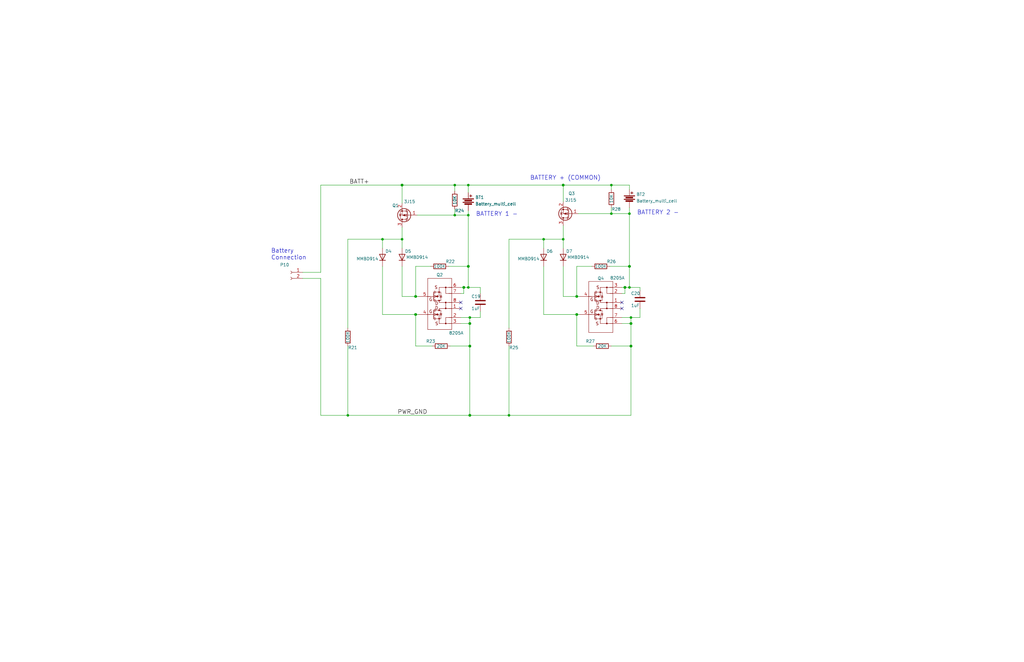
<source format=kicad_sch>
(kicad_sch (version 20211123) (generator eeschema)
  (paper "USLedger")
  (title_block (title "ConnectBox HAT 8 Battery Board") (date "2023-04-13") (rev "8.0.0") (company "ConnectBox") (comment 1 "JRA"))
  (lib_symbols
    (symbol "Connector:Conn_01x02_Female" (pin_names (offset 1.016) hide)
      (property "Reference" "J" (at 0 2.54 0))
      (property "Value" "Conn_01x02_Female" (at 0 -5.08 0))
      (symbol "Conn_01x02_Female_1_1"
        (arc (start 0 -2.032) (mid -0.508 -2.54) (end 0 -3.048) (stroke (width 0.1524)))
        (polyline (pts (xy -1.27 -2.54) (xy -0.508 -2.54)) (stroke (width 0.1524)))
        (polyline (pts (xy -1.27 0) (xy -0.508 0)) (stroke (width 0.1524)))
        (arc (start 0 0.508) (mid -0.508 0) (end 0 -0.508) (stroke (width 0.1524)))
        (pin passive line (at -5.08 0 0) (length 3.81) (name "Pin_1") (number "1"))
        (pin passive line (at -5.08 -2.54 0) (length 3.81) (name "Pin_2") (number "2"))
      )
    )
    (symbol "Custom_1:8205AV" (pin_names hide)
      (property "Reference" "Q" (at -2.54 13.97 0))
      (property "Value" "8205AV" (at 3.81 -10.16 0))
      (symbol "8205AV_0_0"
        (text "D" (at 3.828 2.1676 0) (effects (font (size 1.27 1.27))))
        (text "D" (at 3.8602 0.2352 0) (effects (font (size 1.27 1.27))))
        (text "G" (at 6.35 -1.27 0) (effects (font (size 1.27 1.27))))
        (text "G" (at 6.35 3.81 0) (effects (font (size 1.27 1.27))))
        (text "S" (at 3.81 -6.35 0) (effects (font (size 1.27 1.27))))
        (text "S" (at 4.0694 8.9173 0) (effects (font (size 1.27 1.27))))
      )
      (symbol "8205AV_0_1"
        (rectangle (start -2.54 12.7) (end 7.62 -8.89) (stroke (width 0.1524)))
        (circle (center -0.0075 -6.3497) (radius 0.254) (fill (type outline)))
        (polyline (pts (xy -2.5753 0.0007) (xy 2.776 0.0007)) (stroke (width 0.1524)))
        (polyline (pts (xy -2.5549 2.5486) (xy 2.7917 2.5486)) (stroke (width 0.1524)))
        (polyline (pts (xy -2.2237 8.8887) (xy -2.5322 8.8887)) (stroke (width 0.1524)))
        (polyline (pts (xy -1.27 -6.35) (xy -2.54 -6.35)) (stroke (width 0.1524)))
        (polyline (pts (xy -1.27 -6.35) (xy 2.54 -6.35)) (stroke (width 0.1524)))
        (polyline (pts (xy -0.0099 2.5374) (xy -0.0099 0.024)) (stroke (width 0.1524)))
        (polyline (pts (xy 2.5169 -6.3509) (xy 2.7644 -6.3509)) (stroke (width 0.1524)))
        (polyline (pts (xy 2.7938 -4.9625) (xy 2.7938 -6.3509)) (stroke (width 0.1524)))
        (polyline (pts (xy 2.794 0) (xy 2.794 -0.762)))
        (polyline (pts (xy 2.8045 2.5677) (xy 2.8045 3.3297)))
        (polyline (pts (xy 4.572 -3.81) (xy 4.572 -4.826)) (stroke (width 0.254)))
        (polyline (pts (xy 4.572 -2.032) (xy 4.572 -3.048)) (stroke (width 0.254)))
        (polyline (pts (xy 4.572 -0.254) (xy 4.572 -1.27)) (stroke (width 0.254)))
        (polyline (pts (xy 4.5825 2.8217) (xy 4.5825 3.8377)) (stroke (width 0.254)))
        (polyline (pts (xy 4.5825 4.5997) (xy 4.5825 5.6157)) (stroke (width 0.254)))
        (polyline (pts (xy 4.5825 6.3777) (xy 4.5825 7.3937)) (stroke (width 0.254)))
        (polyline (pts (xy 5.08 -2.54) (xy 7.874 -2.54)))
        (polyline (pts (xy 5.08 -0.635) (xy 5.08 -4.445)) (stroke (width 0.254)))
        (polyline (pts (xy 5.0844 5.0746) (xy 7.8784 5.0746)))
        (polyline (pts (xy 5.0905 3.2027) (xy 5.0905 7.0127)) (stroke (width 0.254)))
        (polyline (pts (xy -2.54 -3.81) (xy 0 -3.81) (xy 0 -6.35)) (stroke (width 0.1524)))
        (polyline (pts (xy 0.0073 8.892) (xy 0.0073 6.352) (xy -2.5327 6.352)) (stroke (width 0.1524)))
        (polyline (pts (xy 2.7937 7.6202) (xy 2.7937 8.8902) (xy -2.2863 8.8902)) (stroke (width 0.1524)))
        (polyline (pts (xy 2.794 -5.08) (xy 2.794 -2.54) (xy 4.572 -2.54)))
        (polyline (pts (xy 2.8045 7.6477) (xy 2.8045 5.1077) (xy 4.5825 5.1077)))
        (polyline (pts (xy 2.032 -2.159) (xy 2.413 -2.794) (xy 1.651 -2.794) (xy 2.032 -2.159)))
        (polyline (pts (xy 2.0425 4.7267) (xy 2.4235 5.3617) (xy 1.6615 5.3617) (xy 2.0425 4.7267)))
        (polyline (pts (xy 2.54 -2.032) (xy 2.413 -2.159) (xy 1.651 -2.159) (xy 1.524 -2.286)))
        (polyline (pts (xy 2.5505 4.5997) (xy 2.4235 4.7267) (xy 1.6615 4.7267) (xy 1.5345 4.8537)))
        (polyline (pts (xy 4.318 -2.54) (xy 3.302 -2.159) (xy 3.302 -2.921) (xy 4.318 -2.54)) (fill (type outline)))
        (polyline (pts (xy 4.3285 5.1077) (xy 3.3125 4.7267) (xy 3.3125 5.4887) (xy 4.3285 5.1077)) (fill (type outline)))
        (polyline (pts (xy 4.572 -4.318) (xy 2.032 -4.318) (xy 2.032 -0.762) (xy 4.572 -0.762)))
        (polyline (pts (xy 4.5825 6.8857) (xy 2.0425 6.8857) (xy 2.0425 3.3297) (xy 4.5825 3.3297)))
        (circle (center 0.0029 8.8872) (radius 0.254) (fill (type outline)))
        (circle (center 0.0085 0.0509) (radius 0.254) (fill (type outline)))
        (circle (center 0.0085 2.5208) (radius 0.254) (fill (type outline)))
        (circle (center 2.794 -4.318) (radius 0.254) (fill (type outline)))
        (circle (center 2.794 -0.762) (radius 0.254) (fill (type outline)))
        (circle (center 2.8045 3.3297) (radius 0.254) (fill (type outline)))
        (circle (center 2.8045 6.8857) (radius 0.254) (fill (type outline)))
      )
      (symbol "8205AV_1_1"
        (pin input line (at -6.35 0 0) (length 5.08) (name "D") (number "1"))
        (pin input line (at -6.35 -3.81 0) (length 5.08) (name "S1") (number "2"))
        (pin input line (at -6.35 -6.35 0) (length 5.08) (name "S1") (number "3"))
        (pin input line (at 11.43 -2.54 180) (length 5.08) (name "G1") (number "4"))
        (pin input line (at 11.43 5.08 180) (length 5.08) (name "G2") (number "5"))
        (pin input line (at -6.35 8.89 0) (length 5.08) (name "S2") (number "6"))
        (pin input line (at -6.35 6.35 0) (length 5.08) (name "S2") (number "7"))
        (pin input line (at -6.35 2.54 0) (length 5.08) (name "D") (number "8"))
      )
    )
    (symbol "Custom_1:Battery_multi_cell" (pin_numbers hide) (pin_names (offset 0))
      (property "Reference" "BT" (at 2.54 1.27 0))
      (property "Value" "Battery_multi_cell" (at 2.54 -1.27 0))
      (symbol "Battery_multi_cell_0_1"
        (rectangle (start -2.286 -0.1778) (end 2.286 -0.4318) (fill (type outline)))
        (rectangle (start -2.286 1.27) (end 2.286 1.016) (fill (type outline)))
        (rectangle (start -1.5748 -0.762) (end 1.4732 -1.27) (fill (type outline)))
        (rectangle (start -1.5748 0.6858) (end 1.4732 0.1778) (fill (type outline)))
        (polyline (pts (xy 0.508 2.413) (xy 1.524 2.413)) (stroke (width 0.254)))
        (polyline (pts (xy 1.016 2.921) (xy 1.016 1.905)) (stroke (width 0.254)))
      )
      (symbol "Battery_multi_cell_1_1"
        (pin passive line (at 0 3.81 270) (length 2.54) (name "~") (number "1"))
        (pin passive line (at 0 -3.81 90) (length 2.54) (name "~") (number "2"))
      )
    )
    (symbol "Custom_1:Q_PMOS_GSD" (pin_names (offset 0) hide)
      (property "Reference" "Q12" (at 2.413 8.5285 0))
      (property "Value" "Q_PMOS_GSD" (at 3.048 5.7534 0))
      (symbol "Q_PMOS_GSD_0_1"
        (polyline (pts (xy 0.254 0) (xy -1.1463 -0.0013)))
        (polyline (pts (xy 0.254 1.905) (xy 0.254 -1.905)) (stroke (width 0.254)))
        (polyline (pts (xy 0.762 -1.27) (xy 0.762 -2.286)) (stroke (width 0.254)))
        (polyline (pts (xy 0.762 0.508) (xy 0.762 -0.508)) (stroke (width 0.254)))
        (polyline (pts (xy 0.762 2.286) (xy 0.762 1.27)) (stroke (width 0.254)))
        (polyline (pts (xy 2.54 2.54) (xy 2.54 1.778)))
        (polyline (pts (xy 2.54 -2.54) (xy 2.54 0) (xy 0.762 0)))
        (polyline (pts (xy 0.762 1.778) (xy 3.302 1.778) (xy 3.302 -1.778) (xy 0.762 -1.778)))
        (polyline (pts (xy 2.286 0) (xy 1.27 0.381) (xy 1.27 -0.381) (xy 2.286 0)) (fill (type outline)))
        (polyline (pts (xy 2.794 -0.508) (xy 2.921 -0.381) (xy 3.683 -0.381) (xy 3.81 -0.254)))
        (polyline (pts (xy 3.302 -0.381) (xy 2.921 0.254) (xy 3.683 0.254) (xy 3.302 -0.381)))
        (circle (center 1.651 0) (radius 2.794) (stroke (width 0.254)))
        (circle (center 2.54 -1.778) (radius 0.254) (fill (type outline)))
        (circle (center 2.54 1.778) (radius 0.254) (fill (type outline)))
      )
      (symbol "Q_PMOS_GSD_1_1"
        (pin input line (at -3.81 0 0) (length 2.54) (name "G") (number "1"))
        (pin passive line (at 2.54 -5.08 90) (length 2.54) (name "S") (number "2"))
        (pin passive line (at 2.54 5.08 270) (length 2.54) (name "D") (number "3"))
      )
    )
    (symbol "Device:C" (pin_numbers hide) (pin_names (offset 0.254))
      (property "Reference" "C" (at 0.635 2.54 0))
      (property "Value" "C" (at 0.635 -2.54 0))
      (symbol "C_0_1"
        (polyline (pts (xy -2.032 -0.762) (xy 2.032 -0.762)) (stroke (width 0.508)))
        (polyline (pts (xy -2.032 0.762) (xy 2.032 0.762)) (stroke (width 0.508)))
      )
      (symbol "C_1_1"
        (pin passive line (at 0 3.81 270) (length 2.794) (name "~") (number "1"))
        (pin passive line (at 0 -3.81 90) (length 2.794) (name "~") (number "2"))
      )
    )
    (symbol "Device:R" (pin_numbers hide) (pin_names (offset 0))
      (property "Reference" "R" (at 2.032 0 90))
      (property "Value" "R" (at 0 0 90))
      (symbol "R_0_1"
        (rectangle (start -1.016 -2.54) (end 1.016 2.54) (stroke (width 0.254)))
      )
      (symbol "R_1_1"
        (pin passive line (at 0 3.81 270) (length 1.27) (name "~") (number "1"))
        (pin passive line (at 0 -3.81 90) (length 1.27) (name "~") (number "2"))
      )
    )
    (symbol "Diode:1N914" (pin_numbers hide) (pin_names (offset 1.016) hide)
      (property "Reference" "D" (at 0 2.54 0))
      (property "Value" "1N914" (at 0 -2.54 0))
      (symbol "1N914_0_1"
        (polyline (pts (xy -1.27 1.27) (xy -1.27 -1.27)) (stroke (width 0.254)))
        (polyline (pts (xy 1.27 0) (xy -1.27 0)))
        (polyline (pts (xy 1.27 1.27) (xy 1.27 -1.27) (xy -1.27 0) (xy 1.27 1.27)) (stroke (width 0.254)))
      )
      (symbol "1N914_1_1"
        (pin passive line (at -3.81 0 0) (length 2.54) (name "K") (number "1"))
        (pin passive line (at 3.81 0 180) (length 2.54) (name "A") (number "2"))
      )
    )
  )
  (junction (at 265.43 112.395) (diameter 1.016))
  (junction (at 266.065 136.525) (diameter 1.016))
  (junction (at 198.12 133.985))
  (junction (at 257.81 90.17))
  (junction (at 169.545 100.965))
  (junction (at 191.77 90.805))
  (junction (at 198.12 146.05) (diameter 1.016))
  (junction (at 266.065 146.05) (diameter 1.016))
  (junction (at 265.43 90.17))
  (junction (at 175.26 125.095) (diameter 1.016))
  (junction (at 243.205 132.715) (diameter 1.016))
  (junction (at 191.77 78.105))
  (junction (at 263.525 121.285) (diameter 1.016))
  (junction (at 146.685 175.26))
  (junction (at 229.235 100.965))
  (junction (at 265.43 121.285))
  (junction (at 214.63 175.26))
  (junction (at 161.29 100.965))
  (junction (at 197.485 121.285))
  (junction (at 257.81 78.105))
  (junction (at 266.065 133.985))
  (junction (at 169.545 78.105) (diameter 1.016))
  (junction (at 198.12 136.525) (diameter 1.016))
  (junction (at 237.49 78.105) (diameter 1.016))
  (junction (at 197.485 78.105))
  (junction (at 195.58 121.285) (diameter 1.016))
  (junction (at 197.485 90.805))
  (junction (at 197.485 112.395) (diameter 1.016))
  (junction (at 175.26 132.715) (diameter 1.016))
  (junction (at 243.205 125.095) (diameter 1.016))
  (junction (at 198.12 175.26) (diameter 1.016))
  (junction (at 237.49 100.965))
  (no_connect (at 262.255 130.175))
  (no_connect (at 262.255 127.635))
  (no_connect (at 194.31 127.635))
  (no_connect (at 194.31 130.175))
  (wire (pts (xy 229.235 112.395) (xy 229.235 132.715)))
  (wire (pts (xy 191.77 88.265) (xy 191.77 90.805)))
  (wire (pts (xy 265.43 121.285) (xy 263.525 121.285)))
  (wire (pts (xy 169.545 78.105) (xy 191.77 78.105)))
  (wire (pts (xy 266.065 146.05) (xy 266.065 175.26)))
  (wire (pts (xy 243.205 146.05) (xy 243.205 132.715)))
  (wire (pts (xy 146.685 100.965) (xy 146.685 138.43)))
  (wire (pts (xy 135.255 117.475) (xy 135.255 175.26)))
  (wire (pts (xy 237.49 100.965) (xy 237.49 104.775)))
  (wire (pts (xy 262.255 123.825) (xy 263.525 123.825)))
  (wire (pts (xy 182.245 146.05) (xy 175.26 146.05)))
  (wire (pts (xy 214.63 175.26) (xy 266.065 175.26)))
  (wire (pts (xy 169.545 95.885) (xy 169.545 100.965)))
  (wire (pts (xy 197.485 90.805) (xy 197.485 112.395)))
  (wire (pts (xy 262.255 136.525) (xy 266.065 136.525)))
  (wire (pts (xy 229.235 104.775) (xy 229.235 100.965)))
  (wire (pts (xy 237.49 112.395) (xy 237.49 125.095)))
  (wire (pts (xy 197.485 78.105) (xy 197.485 81.28)))
  (wire (pts (xy 265.43 90.17) (xy 265.43 112.395)))
  (wire (pts (xy 194.31 121.285) (xy 195.58 121.285)))
  (wire (pts (xy 197.485 112.395) (xy 197.485 121.285)))
  (wire (pts (xy 243.205 125.095) (xy 244.475 125.095)))
  (wire (pts (xy 262.255 121.285) (xy 263.525 121.285)))
  (wire (pts (xy 269.875 130.175) (xy 269.875 133.985)))
  (wire (pts (xy 237.49 78.105) (xy 257.81 78.105)))
  (wire (pts (xy 127.635 117.475) (xy 135.255 117.475)))
  (wire (pts (xy 195.58 121.285) (xy 195.58 123.825)))
  (wire (pts (xy 194.31 123.825) (xy 195.58 123.825)))
  (wire (pts (xy 161.29 100.965) (xy 169.545 100.965)))
  (wire (pts (xy 189.865 146.05) (xy 198.12 146.05)))
  (wire (pts (xy 257.81 78.105) (xy 265.43 78.105)))
  (wire (pts (xy 265.43 78.105) (xy 265.43 80.01)))
  (wire (pts (xy 198.12 146.05) (xy 198.12 175.26)))
  (wire (pts (xy 214.63 146.05) (xy 214.63 175.26)))
  (wire (pts (xy 229.235 100.965) (xy 237.49 100.965)))
  (wire (pts (xy 243.205 132.715) (xy 244.475 132.715)))
  (wire (pts (xy 198.12 133.985) (xy 202.565 133.985)))
  (wire (pts (xy 175.26 125.095) (xy 176.53 125.095)))
  (wire (pts (xy 265.43 121.285) (xy 269.875 121.285)))
  (wire (pts (xy 175.26 132.715) (xy 176.53 132.715)))
  (wire (pts (xy 202.565 121.285) (xy 202.565 123.825)))
  (wire (pts (xy 161.29 132.715) (xy 175.26 132.715)))
  (wire (pts (xy 265.43 87.63) (xy 265.43 90.17)))
  (wire (pts (xy 243.84 90.17) (xy 257.81 90.17)))
  (wire (pts (xy 214.63 100.965) (xy 214.63 138.43)))
  (wire (pts (xy 266.065 136.525) (xy 266.065 146.05)))
  (wire (pts (xy 263.525 121.285) (xy 263.525 123.825)))
  (wire (pts (xy 197.485 88.9) (xy 197.485 90.805)))
  (wire (pts (xy 237.49 125.095) (xy 243.205 125.095)))
  (wire (pts (xy 250.19 146.05) (xy 243.205 146.05)))
  (wire (pts (xy 135.255 175.26) (xy 146.685 175.26)))
  (wire (pts (xy 189.23 112.395) (xy 197.485 112.395)))
  (wire (pts (xy 202.565 131.445) (xy 202.565 133.985)))
  (wire (pts (xy 175.895 90.805) (xy 191.77 90.805)))
  (wire (pts (xy 229.235 132.715) (xy 243.205 132.715)))
  (wire (pts (xy 237.49 95.25) (xy 237.49 100.965)))
  (wire (pts (xy 191.77 78.105) (xy 191.77 80.645)))
  (wire (pts (xy 169.545 78.105) (xy 169.545 85.725)))
  (wire (pts (xy 265.43 112.395) (xy 265.43 121.285)))
  (wire (pts (xy 146.685 175.26) (xy 198.12 175.26)))
  (wire (pts (xy 146.685 146.05) (xy 146.685 175.26)))
  (wire (pts (xy 161.29 104.775) (xy 161.29 100.965)))
  (wire (pts (xy 194.31 133.985) (xy 198.12 133.985)))
  (wire (pts (xy 269.875 133.985) (xy 266.065 133.985)))
  (wire (pts (xy 175.26 112.395) (xy 175.26 125.095)))
  (wire (pts (xy 229.235 100.965) (xy 214.63 100.965)))
  (wire (pts (xy 198.12 136.525) (xy 198.12 146.05)))
  (wire (pts (xy 127.635 114.935) (xy 135.255 114.935)))
  (wire (pts (xy 257.175 112.395) (xy 265.43 112.395)))
  (wire (pts (xy 237.49 78.105) (xy 237.49 85.09)))
  (wire (pts (xy 249.555 112.395) (xy 243.205 112.395)))
  (wire (pts (xy 266.065 133.985) (xy 266.065 136.525)))
  (wire (pts (xy 191.77 78.105) (xy 197.485 78.105)))
  (wire (pts (xy 169.545 100.965) (xy 169.545 104.775)))
  (wire (pts (xy 262.255 133.985) (xy 266.065 133.985)))
  (wire (pts (xy 194.31 136.525) (xy 198.12 136.525)))
  (wire (pts (xy 197.485 78.105) (xy 237.49 78.105)))
  (wire (pts (xy 161.29 100.965) (xy 146.685 100.965)))
  (wire (pts (xy 198.12 133.985) (xy 198.12 136.525)))
  (wire (pts (xy 257.81 87.63) (xy 257.81 90.17)))
  (wire (pts (xy 169.545 112.395) (xy 169.545 125.095)))
  (wire (pts (xy 135.255 78.105) (xy 169.545 78.105)))
  (wire (pts (xy 175.26 146.05) (xy 175.26 132.715)))
  (wire (pts (xy 269.875 121.285) (xy 269.875 122.555)))
  (wire (pts (xy 169.545 125.095) (xy 175.26 125.095)))
  (wire (pts (xy 191.77 90.805) (xy 197.485 90.805)))
  (wire (pts (xy 257.81 78.105) (xy 257.81 80.01)))
  (wire (pts (xy 135.255 78.105) (xy 135.255 114.935)))
  (wire (pts (xy 202.565 121.285) (xy 197.485 121.285)))
  (wire (pts (xy 243.205 112.395) (xy 243.205 125.095)))
  (wire (pts (xy 197.485 121.285) (xy 195.58 121.285)))
  (wire (pts (xy 181.61 112.395) (xy 175.26 112.395)))
  (wire (pts (xy 198.12 175.26) (xy 214.63 175.26)))
  (wire (pts (xy 161.29 112.395) (xy 161.29 132.715)))
  (wire (pts (xy 257.81 90.17) (xy 265.43 90.17)))
  (wire (pts (xy 257.81 146.05) (xy 266.065 146.05)))
  (text "BATTERY + (COMMON)" (at 223.52 76.2 0) (effects (font (size 1.778 1.778)) (justify left bottom)))
  (text "BATTERY 1 -" (at 200.66 91.44 0) (effects (font (size 1.778 1.778)) (justify left bottom)))
  (text "Battery\nConnection" (at 114.3 109.855 0) (effects (font (size 1.778 1.778)) (justify left bottom)))
  (text "BATTERY 2 -" (at 268.605 90.805 0) (effects (font (size 1.778 1.778)) (justify left bottom)))
  (label "BATT+" (at 147.32 78.105 0) (effects (font (size 1.778 1.778))))
  (label "PWR_GND" (at 167.64 175.26 0) (effects (font (size 1.778 1.778))))
  (symbol (lib_id "Custom_1:Battery_multi_cell") (at 197.485 85.09 0) (unit 1)
    (property "Reference" "BT1" (at 200.406 83.2925 0) (effects (justify left)))
    (property "Value" "Battery_multi_cell" (at 200.406 86.0676 0) (effects (justify left)))
    (property "Footprint" "CustomComponents:Battery 21700" (effects hide))
  )
  (symbol (lib_id "Diode:1N914") (at 229.235 108.585 90) (unit 1)
    (property "Reference" "D6" (at 231.775 106.045 90))
    (property "Value" "MMBD914" (at 222.885 109.22 90))
    (property "Footprint" "Diode_SMD:D_SOT-23_ANK" (effects hide))
    (property "Datasheet" "http://www.vishay.com/docs/85622/1n914.pdf" (effects hide))
    (property "Manufacturer" "ON Semiconductor" (effects hide))
    (property "Manufacturer P/N" "MMBD914LT1G" (effects hide))
    (property "Description" "DIODE GEN PURP 100V 200MA SOT23" (effects hide))
    (property "DigiKey P/N" "MMBD914LT1GOSCT-ND" (effects hide))
    (property "Type" "SMD" (effects hide))
  )
  (symbol (lib_id "Custom_1:8205AV") (at 255.905 127.635 180) (unit 1)
    (property "Reference" "Q4" (at 253.365 117.475 0))
    (property "Value" "8205A" (at 260.35 117.2887 0))
    (property "Footprint" "Package_SO:TSSOP-8_4.4x3mm_P0.65mm" (effects hide))
    (property "Datasheet" "https://html.alldatasheet.com/html-pdf/1152898/KIA/8205A/60/1/8205A.html" (effects hide))
    (property "DigiKey P/N" "[none - from AliExpress|" (effects hide))
  )
  (symbol (lib_id "Device:R") (at 185.42 112.395 90) (unit 1)
    (property "Reference" "R22" (at 189.865 110.363 90))
    (property "Value" "100K" (at 185.42 112.395 90))
    (property "Footprint" "Resistor_SMD:R_0603_1608Metric" (effects hide))
    (property "Manufacturer" "Yageo" (effects hide))
    (property "Manufacturer P/N" "RC0603FR-07100KL" (effects hide))
    (property "Description" "RES SMD 100K OHM 1% 1/8W 0603" (effects hide))
    (property "DigiKey P/N" "311-100KHRCT-ND" (effects hide))
    (property "Type" "SMD" (effects hide))
  )
  (symbol (lib_id "Device:R") (at 257.81 83.82 0) (unit 1)
    (property "Reference" "R28" (at 259.842 88.265 0))
    (property "Value" "10K" (at 257.81 83.82 90))
    (property "Footprint" "Resistor_SMD:R_0603_1608Metric" (effects hide))
    (property "Manufacturer" "Yageo" (effects hide))
    (property "Manufacturer P/N" "RC0603FR-0710KL" (effects hide))
    (property "Description" "RES SMD 10K OHM 1% 1/8W 0603" (effects hide))
    (property "DigiKey P/N" "311-10KHRCT-ND" (effects hide))
    (property "Type" "SMD" (effects hide))
  )
  (symbol (lib_id "Device:C") (at 202.565 127.635 0) (unit 1)
    (property "Reference" "C19" (at 198.755 125.095 0) (effects (justify left)))
    (property "Value" "1uF" (at 198.755 130.175 0) (effects (justify left)))
    (property "Footprint" "Capacitor_SMD:C_0805_2012Metric" (effects hide))
    (property "Manufacturer" "KEMET" (effects hide))
    (property "Manufacturer P/N" "C0805C105K8PACTU" (effects hide))
    (property "Description" "CAP CER 1UF 10V X5R 0805" (effects hide))
    (property "DigiKey P/N" "399-8006-1-ND" (effects hide))
    (property "Type" "SMD" (effects hide))
  )
  (symbol (lib_id "Custom_1:8205AV") (at 187.96 130.175 0) (mirror y) (unit 1)
    (property "Reference" "Q2" (at 185.42 115.9976 0))
    (property "Value" "8205A" (at 192.405 140.5213 0))
    (property "Footprint" "Package_SO:TSSOP-8_4.4x3mm_P0.65mm" (effects hide))
    (property "Datasheet" "https://html.alldatasheet.com/html-pdf/1152898/KIA/8205A/60/1/8205A.html" (effects hide))
    (property "DigiKey P/N" "[none - from AliExpress|" (effects hide))
  )
  (symbol (lib_id "Device:R") (at 214.63 142.24 0) (unit 1)
    (property "Reference" "R25" (at 216.662 146.685 0))
    (property "Value" "100K" (at 214.63 142.24 90))
    (property "Footprint" "Resistor_SMD:R_0603_1608Metric" (effects hide))
    (property "Manufacturer" "Yageo" (effects hide))
    (property "Manufacturer P/N" "RC0603FR-07100KL" (effects hide))
    (property "Description" "RES SMD 100K OHM 1% 1/8W 0603" (effects hide))
    (property "DigiKey P/N" "311-100KHRCT-ND" (effects hide))
    (property "Type" "SMD" (effects hide))
  )
  (symbol (lib_id "Diode:1N914") (at 169.545 108.585 90) (unit 1)
    (property "Reference" "D5" (at 172.085 106.045 90))
    (property "Value" "MMBD914" (at 175.895 108.585 90))
    (property "Footprint" "Diode_SMD:D_SOT-23_ANK" (effects hide))
    (property "Datasheet" "http://www.vishay.com/docs/85622/1n914.pdf" (effects hide))
    (property "Manufacturer" "ON Semiconductor" (effects hide))
    (property "Manufacturer P/N" "MMBD914LT1G" (effects hide))
    (property "Description" "DIODE GEN PURP 100V 200MA SOT23" (effects hide))
    (property "DigiKey P/N" "MMBD914LT1GOSCT-ND" (effects hide))
    (property "Type" "SMD" (effects hide))
  )
  (symbol (lib_id "Connector:Conn_01x02_Female") (at 122.555 114.935 0) (mirror y) (unit 1)
    (property "Reference" "P10" (at 120.015 111.76 0))
    (property "Value" "Conn_01x02_Female" (effects hide))
    (property "Footprint" "Connector_PinSocket_2.54mm:PinSocket_1x02_P2.54mm_Vertical" (effects hide))
  )
  (symbol (lib_id "Diode:1N914") (at 161.29 108.585 90) (unit 1)
    (property "Reference" "D4" (at 163.83 106.045 90))
    (property "Value" "MMBD914" (at 154.94 109.22 90))
    (property "Footprint" "Diode_SMD:D_SOT-23_ANK" (effects hide))
    (property "Datasheet" "http://www.vishay.com/docs/85622/1n914.pdf" (effects hide))
    (property "Manufacturer" "ON Semiconductor" (effects hide))
    (property "Manufacturer P/N" "MMBD914LT1G" (effects hide))
    (property "Description" "DIODE GEN PURP 100V 200MA SOT23" (effects hide))
    (property "DigiKey P/N" "MMBD914LT1GOSCT-ND" (effects hide))
    (property "Type" "SMD" (effects hide))
  )
  (symbol (lib_id "Custom_1:Battery_multi_cell") (at 265.43 83.82 0) (unit 1)
    (property "Reference" "BT2" (at 268.351 82.0225 0) (effects (justify left)))
    (property "Value" "Battery_multi_cell" (at 268.351 84.7976 0) (effects (justify left)))
    (property "Footprint" "CustomComponents:Battery 21700" (effects hide))
  )
  (symbol (lib_id "Device:C") (at 269.875 126.365 0) (unit 1)
    (property "Reference" "C20" (at 266.065 123.825 0) (effects (justify left)))
    (property "Value" "1uF" (at 266.065 128.905 0) (effects (justify left)))
    (property "Footprint" "Capacitor_SMD:C_0805_2012Metric" (effects hide))
    (property "Manufacturer" "KEMET" (effects hide))
    (property "Manufacturer P/N" "C0805C105K8PACTU" (effects hide))
    (property "Description" "CAP CER 1UF 10V X5R 0805" (effects hide))
    (property "DigiKey P/N" "399-8006-1-ND" (effects hide))
    (property "Type" "SMD" (effects hide))
  )
  (symbol (lib_id "Custom_1:Q_PMOS_GSD") (at 240.03 90.17 180) (unit 1)
    (property "Reference" "Q3" (at 242.443 81.6415 0) (effects (justify left)))
    (property "Value" "3J15" (at 243.078 84.4166 0) (effects (justify left)))
    (property "Footprint" "Package_TO_SOT_SMD:SOT-323_SC-70" (effects hide))
    (property "Manufacturer P/N" "SSM3J15FU,LF" (effects hide))
    (property "DigiKey P/N" "SSM3J15FULFCT-ND" (effects hide))
    (property "Manufacturer" "Toshiba" (effects hide))
    (property "Description" "P-Channel 30 V 100mA (Ta) 150mW (Ta) Surface Mount USM" (effects hide))
  )
  (symbol (lib_id "Diode:1N914") (at 237.49 108.585 90) (unit 1)
    (property "Reference" "D7" (at 240.03 106.045 90))
    (property "Value" "MMBD914" (at 243.84 108.585 90))
    (property "Footprint" "Diode_SMD:D_SOT-23_ANK" (effects hide))
    (property "Datasheet" "http://www.vishay.com/docs/85622/1n914.pdf" (effects hide))
    (property "Manufacturer" "ON Semiconductor" (effects hide))
    (property "Manufacturer P/N" "MMBD914LT1G" (effects hide))
    (property "Description" "DIODE GEN PURP 100V 200MA SOT23" (effects hide))
    (property "DigiKey P/N" "MMBD914LT1GOSCT-ND" (effects hide))
    (property "Type" "SMD" (effects hide))
  )
  (symbol (lib_id "Custom_1:Q_PMOS_GSD") (at 172.085 90.805 180) (unit 1)
    (property "Reference" "Q1" (at 168.148 86.7215 0) (effects (justify left)))
    (property "Value" "3J15" (at 175.133 85.0516 0) (effects (justify left)))
    (property "Footprint" "Package_TO_SOT_SMD:SOT-323_SC-70" (effects hide))
    (property "Manufacturer P/N" "SSM3J15FU,LF" (effects hide))
    (property "DigiKey P/N" "SSM3J15FULFCT-ND" (effects hide))
    (property "Manufacturer" "Toshiba" (effects hide))
    (property "Description" "P-Channel 30 V 100mA (Ta) 150mW (Ta) Surface Mount USM" (effects hide))
  )
  (symbol (lib_id "Device:R") (at 146.685 142.24 0) (unit 1)
    (property "Reference" "R21" (at 148.717 146.685 0))
    (property "Value" "100K" (at 146.685 142.24 90))
    (property "Footprint" "Resistor_SMD:R_0603_1608Metric" (effects hide))
    (property "Manufacturer" "Yageo" (effects hide))
    (property "Manufacturer P/N" "RC0603FR-07100KL" (effects hide))
    (property "Description" "RES SMD 100K OHM 1% 1/8W 0603" (effects hide))
    (property "DigiKey P/N" "311-100KHRCT-ND" (effects hide))
    (property "Type" "SMD" (effects hide))
  )
  (symbol (lib_id "Device:R") (at 254 146.05 90) (unit 1)
    (property "Reference" "R27" (at 248.92 144.018 90))
    (property "Value" "20K" (at 254 146.05 90))
    (property "Footprint" "Resistor_SMD:R_0603_1608Metric" (effects hide))
    (property "Manufacturer" "Yageo" (effects hide))
    (property "Manufacturer P/N" "RC0603FR-0720KL" (effects hide))
    (property "Description" "RES SMD 20K OHM 1% 1/8W 0603" (effects hide))
    (property "DigiKey P/N" "311-20.0KHRCT-ND" (effects hide))
    (property "Type" "SMD" (effects hide))
  )
  (symbol (lib_id "Device:R") (at 253.365 112.395 90) (unit 1)
    (property "Reference" "R26" (at 257.81 110.363 90))
    (property "Value" "100K" (at 253.365 112.395 90))
    (property "Footprint" "Resistor_SMD:R_0603_1608Metric" (effects hide))
    (property "Manufacturer" "Yageo" (effects hide))
    (property "Manufacturer P/N" "RC0603FR-07100KL" (effects hide))
    (property "Description" "RES SMD 100K OHM 1% 1/8W 0603" (effects hide))
    (property "DigiKey P/N" "311-100KHRCT-ND" (effects hide))
    (property "Type" "SMD" (effects hide))
  )
  (symbol (lib_id "Device:R") (at 191.77 84.455 0) (unit 1)
    (property "Reference" "R24" (at 193.802 88.9 0))
    (property "Value" "10K" (at 191.77 84.455 90))
    (property "Footprint" "Resistor_SMD:R_0603_1608Metric" (effects hide))
    (property "Manufacturer" "Yageo" (effects hide))
    (property "Manufacturer P/N" "RC0603FR-0710KL" (effects hide))
    (property "Description" "RES SMD 10K OHM 1% 1/8W 0603" (effects hide))
    (property "DigiKey P/N" "311-10KHRCT-ND" (effects hide))
    (property "Type" "SMD" (effects hide))
  )
  (symbol (lib_id "Device:R") (at 186.055 146.05 90) (unit 1)
    (property "Reference" "R23" (at 181.61 144.018 90))
    (property "Value" "20K" (at 186.055 146.05 90))
    (property "Footprint" "Resistor_SMD:R_0603_1608Metric" (effects hide))
    (property "Manufacturer" "Yageo" (effects hide))
    (property "Manufacturer P/N" "RC0603FR-0720KL" (effects hide))
    (property "Description" "RES SMD 20K OHM 1% 1/8W 0603" (effects hide))
    (property "DigiKey P/N" "311-20.0KHRCT-ND" (effects hide))
    (property "Type" "SMD" (effects hide))
  )
)
</source>
